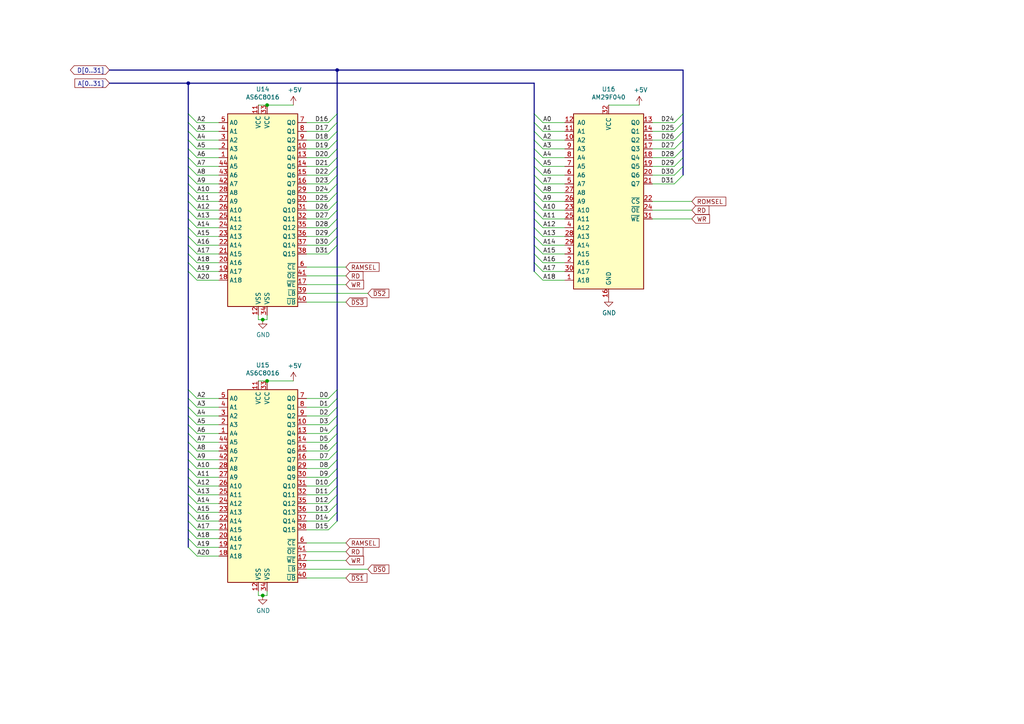
<source format=kicad_sch>
(kicad_sch (version 20211123) (generator eeschema)
  (paper "A4")
  (title_block (title "k30 SBC") (rev "1"))
  (lib_symbols
    (symbol "ComputieParts:AM29F040" (pin_names (offset 1.016))
      (property "Reference" "U" (at 0 0 0))
      (property "Value" "AM29F040" (at 0 2.54 0))
      (symbol "AM29F040_1_1"
        (rectangle (start -10.16 22.86) (end 10.16 -27.94) (stroke (width 0.254)) (fill (type background)))
        (pin input line (at -12.7 -25.4 0) (length 2.54) (name "A18") (number "1"))
        (pin input line (at -12.7 15.24 0) (length 2.54) (name "A2") (number "10"))
        (pin input line (at -12.7 17.78 0) (length 2.54) (name "A1") (number "11"))
        (pin input line (at -12.7 20.32 0) (length 2.54) (name "A0") (number "12"))
        (pin tri_state line (at 12.7 20.32 180) (length 2.54) (name "Q0") (number "13"))
        (pin tri_state line (at 12.7 17.78 180) (length 2.54) (name "Q1") (number "14"))
        (pin tri_state line (at 12.7 15.24 180) (length 2.54) (name "Q2") (number "15"))
        (pin power_in line (at 0 -30.48 90) (length 2.54) (name "GND") (number "16"))
        (pin tri_state line (at 12.7 12.7 180) (length 2.54) (name "Q3") (number "17"))
        (pin tri_state line (at 12.7 10.16 180) (length 2.54) (name "Q4") (number "18"))
        (pin tri_state line (at 12.7 7.62 180) (length 2.54) (name "Q5") (number "19"))
        (pin input line (at -12.7 -20.32 0) (length 2.54) (name "A16") (number "2"))
        (pin tri_state line (at 12.7 5.08 180) (length 2.54) (name "Q6") (number "20"))
        (pin tri_state line (at 12.7 2.54 180) (length 2.54) (name "Q7") (number "21"))
        (pin input line (at 12.7 -2.54 180) (length 2.54) (name "~{CS}") (number "22"))
        (pin input line (at -12.7 -5.08 0) (length 2.54) (name "A10") (number "23"))
        (pin input line (at 12.7 -5.08 180) (length 2.54) (name "~{OE}") (number "24"))
        (pin input line (at -12.7 -7.62 0) (length 2.54) (name "A11") (number "25"))
        (pin input line (at -12.7 -2.54 0) (length 2.54) (name "A9") (number "26"))
        (pin input line (at -12.7 0 0) (length 2.54) (name "A8") (number "27"))
        (pin input line (at -12.7 -12.7 0) (length 2.54) (name "A13") (number "28"))
        (pin input line (at -12.7 -15.24 0) (length 2.54) (name "A14") (number "29"))
        (pin input line (at -12.7 -17.78 0) (length 2.54) (name "A15") (number "3"))
        (pin input line (at -12.7 -22.86 0) (length 2.54) (name "A17") (number "30"))
        (pin input line (at 12.7 -7.62 180) (length 2.54) (name "~{WE}") (number "31"))
        (pin power_in line (at 0 25.4 270) (length 2.54) (name "VCC") (number "32"))
        (pin input line (at -12.7 -10.16 0) (length 2.54) (name "A12") (number "4"))
        (pin input line (at -12.7 2.54 0) (length 2.54) (name "A7") (number "5"))
        (pin input line (at -12.7 5.08 0) (length 2.54) (name "A6") (number "6"))
        (pin input line (at -12.7 7.62 0) (length 2.54) (name "A5") (number "7"))
        (pin input line (at -12.7 10.16 0) (length 2.54) (name "A4") (number "8"))
        (pin input line (at -12.7 12.7 0) (length 2.54) (name "A3") (number "9"))
      )
    )
    (symbol "ComputieParts:AS6C8016"
      (property "Reference" "U" (at 0 -1.27 0))
      (property "Value" "AS6C8016" (at 0 1.27 0))
      (symbol "AS6C8016_0_0"
        (pin power_in line (at -1.27 27.94 270) (length 2.54) (name "VCC") (number "11"))
        (pin power_in line (at -1.27 -33.02 90) (length 2.54) (name "VSS") (number "12"))
        (pin power_in line (at 1.27 27.94 270) (length 2.54) (name "VCC") (number "33"))
        (pin power_in line (at 1.27 -33.02 90) (length 2.54) (name "VSS") (number "34"))
      )
      (symbol "AS6C8016_0_1"
        (rectangle (start -10.16 25.4) (end 10.16 -30.48) (stroke (width 0.254)) (fill (type background)))
      )
      (symbol "AS6C8016_1_1"
        (pin input line (at -12.7 12.7 0) (length 2.54) (name "A4") (number "1"))
        (pin tri_state line (at 12.7 15.24 180) (length 2.54) (name "Q3") (number "10"))
        (pin tri_state line (at 12.7 12.7 180) (length 2.54) (name "Q4") (number "13"))
        (pin tri_state line (at 12.7 10.16 180) (length 2.54) (name "Q5") (number "14"))
        (pin tri_state line (at 12.7 7.62 180) (length 2.54) (name "Q6") (number "15"))
        (pin tri_state line (at 12.7 5.08 180) (length 2.54) (name "Q7") (number "16"))
        (pin input line (at 12.7 -24.13 180) (length 2.54) (name "~{WE}") (number "17"))
        (pin input line (at -12.7 -22.86 0) (length 2.54) (name "A18") (number "18"))
        (pin input line (at -12.7 -20.32 0) (length 2.54) (name "A17") (number "19"))
        (pin input line (at -12.7 15.24 0) (length 2.54) (name "A3") (number "2"))
        (pin input line (at -12.7 -17.78 0) (length 2.54) (name "A16") (number "20"))
        (pin input line (at -12.7 -15.24 0) (length 2.54) (name "A15") (number "21"))
        (pin input line (at -12.7 -12.7 0) (length 2.54) (name "A14") (number "22"))
        (pin input line (at -12.7 -10.16 0) (length 2.54) (name "A13") (number "23"))
        (pin input line (at -12.7 -7.62 0) (length 2.54) (name "A12") (number "24"))
        (pin input line (at -12.7 -5.08 0) (length 2.54) (name "A11") (number "25"))
        (pin input line (at -12.7 -2.54 0) (length 2.54) (name "A10") (number "26"))
        (pin input line (at -12.7 0 0) (length 2.54) (name "A9") (number "27"))
        (pin input line (at -12.7 2.54 0) (length 2.54) (name "A8") (number "28"))
        (pin tri_state line (at 12.7 2.54 180) (length 2.54) (name "Q8") (number "29"))
        (pin input line (at -12.7 17.78 0) (length 2.54) (name "A2") (number "3"))
        (pin tri_state line (at 12.7 0 180) (length 2.54) (name "Q9") (number "30"))
        (pin tri_state line (at 12.7 -2.54 180) (length 2.54) (name "Q10") (number "31"))
        (pin tri_state line (at 12.7 -5.08 180) (length 2.54) (name "Q11") (number "32"))
        (pin tri_state line (at 12.7 -7.62 180) (length 2.54) (name "Q12") (number "35"))
        (pin tri_state line (at 12.7 -10.16 180) (length 2.54) (name "Q13") (number "36"))
        (pin tri_state line (at 12.7 -12.7 180) (length 2.54) (name "Q14") (number "37"))
        (pin tri_state line (at 12.7 -15.24 180) (length 2.54) (name "Q15") (number "38"))
        (pin input line (at 12.7 -26.67 180) (length 2.54) (name "~{LB}") (number "39"))
        (pin input line (at -12.7 20.32 0) (length 2.54) (name "A1") (number "4"))
        (pin input line (at 12.7 -29.21 180) (length 2.54) (name "~{UB}") (number "40"))
        (pin input line (at 12.7 -21.59 180) (length 2.54) (name "~{OE}") (number "41"))
        (pin input line (at -12.7 5.08 0) (length 2.54) (name "A7") (number "42"))
        (pin input line (at -12.7 7.62 0) (length 2.54) (name "A6") (number "43"))
        (pin input line (at -12.7 10.16 0) (length 2.54) (name "A5") (number "44"))
        (pin input line (at -12.7 22.86 0) (length 2.54) (name "A0") (number "5"))
        (pin input line (at 12.7 -19.05 180) (length 2.54) (name "~{CE}") (number "6"))
        (pin tri_state line (at 12.7 22.86 180) (length 2.54) (name "Q0") (number "7"))
        (pin tri_state line (at 12.7 20.32 180) (length 2.54) (name "Q1") (number "8"))
        (pin tri_state line (at 12.7 17.78 180) (length 2.54) (name "Q2") (number "9"))
      )
    )
    (symbol "power:+5V" (power) (pin_names (offset 0))
      (property "Value" "+5V" (at 0 3.556 0))
      (symbol "+5V_0_1"
        (polyline (pts (xy -0.762 1.27) (xy 0 2.54)))
        (polyline (pts (xy 0 0) (xy 0 2.54)))
        (polyline (pts (xy 0 2.54) (xy 0.762 1.27)))
      )
      (symbol "+5V_1_1"
        (pin power_in line (at 0 0 90) (length 0) hide (name "+5V") (number "1"))
      )
    )
    (symbol "power:GND" (power) (pin_names (offset 0))
      (property "Value" "GND" (at 0 -3.81 0))
      (symbol "GND_0_1"
        (polyline (pts (xy 0 0) (xy 0 -1.27) (xy 1.27 -1.27) (xy 0 -2.54) (xy -1.27 -1.27) (xy 0 -1.27)))
      )
      (symbol "GND_1_1"
        (pin power_in line (at 0 0 270) (length 0) hide (name "GND") (number "1"))
      )
    )
  )
  (junction (at 77.47 110.49))
  (junction (at 54.61 24.13))
  (junction (at 97.79 20.32))
  (junction (at 76.2 92.71))
  (junction (at 76.2 172.72))
  (junction (at 77.47 30.48))
  (bus_entry (at 54.61 43.18) (size 2.54 2.54))
  (bus_entry (at 195.58 40.64) (size 2.54 -2.54))
  (bus_entry (at 154.94 60.96) (size 2.54 2.54))
  (bus_entry (at 95.25 48.26) (size 2.54 -2.54))
  (bus_entry (at 154.94 33.02) (size 2.54 2.54))
  (bus_entry (at 54.61 148.59) (size 2.54 2.54))
  (bus_entry (at 95.25 38.1) (size 2.54 -2.54))
  (bus_entry (at 95.25 71.12) (size 2.54 -2.54))
  (bus_entry (at 54.61 156.21) (size 2.54 2.54))
  (bus_entry (at 154.94 55.88) (size 2.54 2.54))
  (bus_entry (at 95.25 120.65) (size 2.54 -2.54))
  (bus_entry (at 54.61 55.88) (size 2.54 2.54))
  (bus_entry (at 95.25 115.57) (size 2.54 -2.54))
  (bus_entry (at 154.94 45.72) (size 2.54 2.54))
  (bus_entry (at 195.58 45.72) (size 2.54 -2.54))
  (bus_entry (at 95.25 66.04) (size 2.54 -2.54))
  (bus_entry (at 95.25 143.51) (size 2.54 -2.54))
  (bus_entry (at 54.61 158.75) (size 2.54 2.54))
  (bus_entry (at 54.61 120.65) (size 2.54 2.54))
  (bus_entry (at 154.94 38.1) (size 2.54 2.54))
  (bus_entry (at 54.61 128.27) (size 2.54 2.54))
  (bus_entry (at 54.61 45.72) (size 2.54 2.54))
  (bus_entry (at 54.61 140.97) (size 2.54 2.54))
  (bus_entry (at 54.61 40.64) (size 2.54 2.54))
  (bus_entry (at 95.25 63.5) (size 2.54 -2.54))
  (bus_entry (at 154.94 66.04) (size 2.54 2.54))
  (bus_entry (at 154.94 53.34) (size 2.54 2.54))
  (bus_entry (at 54.61 76.2) (size 2.54 2.54))
  (bus_entry (at 54.61 63.5) (size 2.54 2.54))
  (bus_entry (at 95.25 73.66) (size 2.54 -2.54))
  (bus_entry (at 54.61 53.34) (size 2.54 2.54))
  (bus_entry (at 95.25 123.19) (size 2.54 -2.54))
  (bus_entry (at 195.58 48.26) (size 2.54 -2.54))
  (bus_entry (at 95.25 58.42) (size 2.54 -2.54))
  (bus_entry (at 95.25 146.05) (size 2.54 -2.54))
  (bus_entry (at 54.61 153.67) (size 2.54 2.54))
  (bus_entry (at 154.94 76.2) (size 2.54 2.54))
  (bus_entry (at 95.25 125.73) (size 2.54 -2.54))
  (bus_entry (at 95.25 133.35) (size 2.54 -2.54))
  (bus_entry (at 54.61 118.11) (size 2.54 2.54))
  (bus_entry (at 154.94 71.12) (size 2.54 2.54))
  (bus_entry (at 54.61 151.13) (size 2.54 2.54))
  (bus_entry (at 54.61 73.66) (size 2.54 2.54))
  (bus_entry (at 54.61 60.96) (size 2.54 2.54))
  (bus_entry (at 95.25 45.72) (size 2.54 -2.54))
  (bus_entry (at 54.61 113.03) (size 2.54 2.54))
  (bus_entry (at 95.25 40.64) (size 2.54 -2.54))
  (bus_entry (at 154.94 68.58) (size 2.54 2.54))
  (bus_entry (at 54.61 38.1) (size 2.54 2.54))
  (bus_entry (at 95.25 130.81) (size 2.54 -2.54))
  (bus_entry (at 95.25 35.56) (size 2.54 -2.54))
  (bus_entry (at 154.94 58.42) (size 2.54 2.54))
  (bus_entry (at 54.61 35.56) (size 2.54 2.54))
  (bus_entry (at 54.61 78.74) (size 2.54 2.54))
  (bus_entry (at 54.61 33.02) (size 2.54 2.54))
  (bus_entry (at 54.61 123.19) (size 2.54 2.54))
  (bus_entry (at 154.94 73.66) (size 2.54 2.54))
  (bus_entry (at 95.25 140.97) (size 2.54 -2.54))
  (bus_entry (at 54.61 135.89) (size 2.54 2.54))
  (bus_entry (at 154.94 40.64) (size 2.54 2.54))
  (bus_entry (at 154.94 50.8) (size 2.54 2.54))
  (bus_entry (at 54.61 66.04) (size 2.54 2.54))
  (bus_entry (at 154.94 63.5) (size 2.54 2.54))
  (bus_entry (at 95.25 151.13) (size 2.54 -2.54))
  (bus_entry (at 54.61 146.05) (size 2.54 2.54))
  (bus_entry (at 54.61 133.35) (size 2.54 2.54))
  (bus_entry (at 54.61 58.42) (size 2.54 2.54))
  (bus_entry (at 54.61 143.51) (size 2.54 2.54))
  (bus_entry (at 54.61 115.57) (size 2.54 2.54))
  (bus_entry (at 195.58 35.56) (size 2.54 -2.54))
  (bus_entry (at 95.25 60.96) (size 2.54 -2.54))
  (bus_entry (at 54.61 130.81) (size 2.54 2.54))
  (bus_entry (at 95.25 53.34) (size 2.54 -2.54))
  (bus_entry (at 95.25 153.67) (size 2.54 -2.54))
  (bus_entry (at 95.25 43.18) (size 2.54 -2.54))
  (bus_entry (at 195.58 38.1) (size 2.54 -2.54))
  (bus_entry (at 195.58 53.34) (size 2.54 -2.54))
  (bus_entry (at 95.25 118.11) (size 2.54 -2.54))
  (bus_entry (at 95.25 68.58) (size 2.54 -2.54))
  (bus_entry (at 95.25 55.88) (size 2.54 -2.54))
  (bus_entry (at 154.94 78.74) (size 2.54 2.54))
  (bus_entry (at 54.61 125.73) (size 2.54 2.54))
  (bus_entry (at 95.25 128.27) (size 2.54 -2.54))
  (bus_entry (at 195.58 43.18) (size 2.54 -2.54))
  (bus_entry (at 154.94 48.26) (size 2.54 2.54))
  (bus_entry (at 54.61 68.58) (size 2.54 2.54))
  (bus_entry (at 154.94 43.18) (size 2.54 2.54))
  (bus_entry (at 95.25 50.8) (size 2.54 -2.54))
  (bus_entry (at 54.61 50.8) (size 2.54 2.54))
  (bus_entry (at 95.25 138.43) (size 2.54 -2.54))
  (bus_entry (at 195.58 50.8) (size 2.54 -2.54))
  (bus_entry (at 95.25 148.59) (size 2.54 -2.54))
  (bus_entry (at 95.25 135.89) (size 2.54 -2.54))
  (bus_entry (at 54.61 71.12) (size 2.54 2.54))
  (bus_entry (at 154.94 35.56) (size 2.54 2.54))
  (bus_entry (at 54.61 48.26) (size 2.54 2.54))
  (bus_entry (at 54.61 138.43) (size 2.54 2.54))
  (bus (pts (xy 54.61 115.57) (xy 54.61 118.11)))
  (wire (pts (xy 88.9 135.89) (xy 95.25 135.89)))
  (bus (pts (xy 97.79 20.32) (xy 97.79 33.02)))
  (wire (pts (xy 88.9 157.48) (xy 100.33 157.48)))
  (wire (pts (xy 57.15 158.75) (xy 63.5 158.75)))
  (wire (pts (xy 57.15 148.59) (xy 63.5 148.59)))
  (bus (pts (xy 97.79 66.04) (xy 97.79 68.58)))
  (bus (pts (xy 97.79 146.05) (xy 97.79 148.59)))
  (wire (pts (xy 88.9 160.02) (xy 100.33 160.02)))
  (wire (pts (xy 157.48 78.74) (xy 163.83 78.74)))
  (bus (pts (xy 154.94 58.42) (xy 154.94 60.96)))
  (bus (pts (xy 54.61 120.65) (xy 54.61 123.19)))
  (wire (pts (xy 57.15 135.89) (xy 63.5 135.89)))
  (wire (pts (xy 88.9 118.11) (xy 95.25 118.11)))
  (bus (pts (xy 54.61 58.42) (xy 54.61 60.96)))
  (bus (pts (xy 154.94 73.66) (xy 154.94 76.2)))
  (bus (pts (xy 198.12 33.02) (xy 198.12 35.56)))
  (wire (pts (xy 157.48 76.2) (xy 163.83 76.2)))
  (wire (pts (xy 57.15 38.1) (xy 63.5 38.1)))
  (bus (pts (xy 97.79 118.11) (xy 97.79 120.65)))
  (wire (pts (xy 88.9 68.58) (xy 95.25 68.58)))
  (wire (pts (xy 88.9 125.73) (xy 95.25 125.73)))
  (wire (pts (xy 57.15 161.29) (xy 63.5 161.29)))
  (bus (pts (xy 97.79 48.26) (xy 97.79 50.8)))
  (wire (pts (xy 88.9 73.66) (xy 95.25 73.66)))
  (wire (pts (xy 57.15 140.97) (xy 63.5 140.97)))
  (bus (pts (xy 154.94 35.56) (xy 154.94 38.1)))
  (wire (pts (xy 88.9 80.01) (xy 100.33 80.01)))
  (bus (pts (xy 54.61 140.97) (xy 54.61 143.51)))
  (wire (pts (xy 157.48 73.66) (xy 163.83 73.66)))
  (bus (pts (xy 154.94 24.13) (xy 154.94 33.02)))
  (wire (pts (xy 57.15 45.72) (xy 63.5 45.72)))
  (wire (pts (xy 157.48 81.28) (xy 163.83 81.28)))
  (bus (pts (xy 97.79 125.73) (xy 97.79 128.27)))
  (bus (pts (xy 54.61 33.02) (xy 54.61 35.56)))
  (bus (pts (xy 198.12 48.26) (xy 198.12 50.8)))
  (wire (pts (xy 88.9 162.56) (xy 100.33 162.56)))
  (bus (pts (xy 54.61 24.13) (xy 54.61 33.02)))
  (wire (pts (xy 88.9 146.05) (xy 95.25 146.05)))
  (wire (pts (xy 176.53 30.48) (xy 185.42 30.48)))
  (wire (pts (xy 157.48 60.96) (xy 163.83 60.96)))
  (wire (pts (xy 88.9 40.64) (xy 95.25 40.64)))
  (bus (pts (xy 54.61 60.96) (xy 54.61 63.5)))
  (bus (pts (xy 97.79 35.56) (xy 97.79 38.1)))
  (bus (pts (xy 54.61 148.59) (xy 54.61 151.13)))
  (bus (pts (xy 97.79 33.02) (xy 97.79 35.56)))
  (bus (pts (xy 97.79 40.64) (xy 97.79 43.18)))
  (wire (pts (xy 57.15 123.19) (xy 63.5 123.19)))
  (bus (pts (xy 54.61 113.03) (xy 54.61 115.57)))
  (bus (pts (xy 198.12 38.1) (xy 198.12 40.64)))
  (bus (pts (xy 54.61 43.18) (xy 54.61 45.72)))
  (wire (pts (xy 74.93 30.48) (xy 77.47 30.48)))
  (bus (pts (xy 97.79 113.03) (xy 97.79 115.57)))
  (bus (pts (xy 54.61 63.5) (xy 54.61 66.04)))
  (wire (pts (xy 74.93 92.71) (xy 76.2 92.71)))
  (bus (pts (xy 154.94 76.2) (xy 154.94 78.74)))
  (wire (pts (xy 88.9 165.1) (xy 106.68 165.1)))
  (bus (pts (xy 54.61 50.8) (xy 54.61 53.34)))
  (wire (pts (xy 157.48 66.04) (xy 163.83 66.04)))
  (wire (pts (xy 88.9 128.27) (xy 95.25 128.27)))
  (wire (pts (xy 189.23 60.96) (xy 200.66 60.96)))
  (bus (pts (xy 154.94 50.8) (xy 154.94 53.34)))
  (wire (pts (xy 157.48 53.34) (xy 163.83 53.34)))
  (bus (pts (xy 54.61 45.72) (xy 54.61 48.26)))
  (wire (pts (xy 57.15 156.21) (xy 63.5 156.21)))
  (bus (pts (xy 97.79 63.5) (xy 97.79 66.04)))
  (wire (pts (xy 76.2 92.71) (xy 77.47 92.71)))
  (bus (pts (xy 54.61 66.04) (xy 54.61 68.58)))
  (bus (pts (xy 154.94 66.04) (xy 154.94 68.58)))
  (wire (pts (xy 57.15 120.65) (xy 63.5 120.65)))
  (wire (pts (xy 88.9 151.13) (xy 95.25 151.13)))
  (wire (pts (xy 77.47 92.71) (xy 77.47 91.44)))
  (bus (pts (xy 154.94 38.1) (xy 154.94 40.64)))
  (wire (pts (xy 88.9 167.64) (xy 100.33 167.64)))
  (bus (pts (xy 54.61 24.13) (xy 31.75 24.13)))
  (bus (pts (xy 54.61 128.27) (xy 54.61 130.81)))
  (wire (pts (xy 189.23 48.26) (xy 195.58 48.26)))
  (bus (pts (xy 54.61 38.1) (xy 54.61 40.64)))
  (wire (pts (xy 88.9 85.09) (xy 106.68 85.09)))
  (bus (pts (xy 97.79 55.88) (xy 97.79 58.42)))
  (wire (pts (xy 88.9 66.04) (xy 95.25 66.04)))
  (bus (pts (xy 97.79 71.12) (xy 97.79 113.03)))
  (bus (pts (xy 54.61 151.13) (xy 54.61 153.67)))
  (wire (pts (xy 88.9 71.12) (xy 95.25 71.12)))
  (bus (pts (xy 54.61 133.35) (xy 54.61 135.89)))
  (wire (pts (xy 88.9 82.55) (xy 100.33 82.55)))
  (bus (pts (xy 54.61 125.73) (xy 54.61 128.27)))
  (wire (pts (xy 57.15 81.28) (xy 63.5 81.28)))
  (wire (pts (xy 189.23 50.8) (xy 195.58 50.8)))
  (wire (pts (xy 157.48 35.56) (xy 163.83 35.56)))
  (wire (pts (xy 88.9 43.18) (xy 95.25 43.18)))
  (wire (pts (xy 57.15 66.04) (xy 63.5 66.04)))
  (wire (pts (xy 88.9 53.34) (xy 95.25 53.34)))
  (bus (pts (xy 97.79 140.97) (xy 97.79 143.51)))
  (bus (pts (xy 97.79 38.1) (xy 97.79 40.64)))
  (wire (pts (xy 57.15 151.13) (xy 63.5 151.13)))
  (bus (pts (xy 154.94 33.02) (xy 154.94 35.56)))
  (wire (pts (xy 57.15 78.74) (xy 63.5 78.74)))
  (bus (pts (xy 154.94 53.34) (xy 154.94 55.88)))
  (bus (pts (xy 54.61 35.56) (xy 54.61 38.1)))
  (wire (pts (xy 88.9 115.57) (xy 95.25 115.57)))
  (wire (pts (xy 74.93 171.45) (xy 74.93 172.72)))
  (wire (pts (xy 57.15 143.51) (xy 63.5 143.51)))
  (bus (pts (xy 97.79 143.51) (xy 97.79 146.05)))
  (wire (pts (xy 57.15 55.88) (xy 63.5 55.88)))
  (wire (pts (xy 88.9 63.5) (xy 95.25 63.5)))
  (bus (pts (xy 97.79 148.59) (xy 97.79 151.13)))
  (wire (pts (xy 88.9 48.26) (xy 95.25 48.26)))
  (wire (pts (xy 157.48 43.18) (xy 163.83 43.18)))
  (bus (pts (xy 97.79 50.8) (xy 97.79 53.34)))
  (bus (pts (xy 97.79 53.34) (xy 97.79 55.88)))
  (bus (pts (xy 54.61 40.64) (xy 54.61 43.18)))
  (wire (pts (xy 77.47 110.49) (xy 85.09 110.49)))
  (bus (pts (xy 198.12 40.64) (xy 198.12 43.18)))
  (wire (pts (xy 157.48 50.8) (xy 163.83 50.8)))
  (wire (pts (xy 88.9 138.43) (xy 95.25 138.43)))
  (wire (pts (xy 74.93 110.49) (xy 77.47 110.49)))
  (wire (pts (xy 57.15 60.96) (xy 63.5 60.96)))
  (wire (pts (xy 77.47 30.48) (xy 85.09 30.48)))
  (bus (pts (xy 54.61 153.67) (xy 54.61 156.21)))
  (bus (pts (xy 154.94 24.13) (xy 54.61 24.13)))
  (wire (pts (xy 88.9 58.42) (xy 95.25 58.42)))
  (bus (pts (xy 97.79 120.65) (xy 97.79 123.19)))
  (bus (pts (xy 54.61 123.19) (xy 54.61 125.73)))
  (bus (pts (xy 54.61 138.43) (xy 54.61 140.97)))
  (bus (pts (xy 97.79 133.35) (xy 97.79 135.89)))
  (wire (pts (xy 88.9 50.8) (xy 95.25 50.8)))
  (bus (pts (xy 154.94 40.64) (xy 154.94 43.18)))
  (bus (pts (xy 54.61 118.11) (xy 54.61 120.65)))
  (wire (pts (xy 157.48 55.88) (xy 163.83 55.88)))
  (bus (pts (xy 154.94 55.88) (xy 154.94 58.42)))
  (wire (pts (xy 88.9 60.96) (xy 95.25 60.96)))
  (wire (pts (xy 57.15 63.5) (xy 63.5 63.5)))
  (wire (pts (xy 57.15 138.43) (xy 63.5 138.43)))
  (bus (pts (xy 97.79 123.19) (xy 97.79 125.73)))
  (wire (pts (xy 57.15 43.18) (xy 63.5 43.18)))
  (wire (pts (xy 157.48 48.26) (xy 163.83 48.26)))
  (bus (pts (xy 54.61 71.12) (xy 54.61 73.66)))
  (wire (pts (xy 88.9 143.51) (xy 95.25 143.51)))
  (wire (pts (xy 189.23 35.56) (xy 195.58 35.56)))
  (wire (pts (xy 57.15 71.12) (xy 63.5 71.12)))
  (wire (pts (xy 57.15 35.56) (xy 63.5 35.56)))
  (bus (pts (xy 97.79 58.42) (xy 97.79 60.96)))
  (bus (pts (xy 54.61 130.81) (xy 54.61 133.35)))
  (wire (pts (xy 157.48 38.1) (xy 163.83 38.1)))
  (wire (pts (xy 88.9 38.1) (xy 95.25 38.1)))
  (wire (pts (xy 57.15 125.73) (xy 63.5 125.73)))
  (bus (pts (xy 198.12 45.72) (xy 198.12 48.26)))
  (bus (pts (xy 198.12 43.18) (xy 198.12 45.72)))
  (bus (pts (xy 54.61 146.05) (xy 54.61 148.59)))
  (bus (pts (xy 54.61 76.2) (xy 54.61 78.74)))
  (wire (pts (xy 57.15 76.2) (xy 63.5 76.2)))
  (wire (pts (xy 76.2 172.72) (xy 77.47 172.72)))
  (wire (pts (xy 57.15 128.27) (xy 63.5 128.27)))
  (wire (pts (xy 57.15 58.42) (xy 63.5 58.42)))
  (bus (pts (xy 54.61 143.51) (xy 54.61 146.05)))
  (wire (pts (xy 57.15 146.05) (xy 63.5 146.05)))
  (bus (pts (xy 54.61 53.34) (xy 54.61 55.88)))
  (bus (pts (xy 154.94 43.18) (xy 154.94 45.72)))
  (wire (pts (xy 189.23 45.72) (xy 195.58 45.72)))
  (bus (pts (xy 97.79 128.27) (xy 97.79 130.81)))
  (bus (pts (xy 97.79 43.18) (xy 97.79 45.72)))
  (bus (pts (xy 97.79 115.57) (xy 97.79 118.11)))
  (wire (pts (xy 77.47 172.72) (xy 77.47 171.45)))
  (wire (pts (xy 189.23 43.18) (xy 195.58 43.18)))
  (wire (pts (xy 57.15 133.35) (xy 63.5 133.35)))
  (wire (pts (xy 57.15 115.57) (xy 63.5 115.57)))
  (wire (pts (xy 88.9 153.67) (xy 95.25 153.67)))
  (wire (pts (xy 189.23 53.34) (xy 195.58 53.34)))
  (wire (pts (xy 88.9 123.19) (xy 95.25 123.19)))
  (bus (pts (xy 154.94 71.12) (xy 154.94 73.66)))
  (bus (pts (xy 198.12 35.56) (xy 198.12 38.1)))
  (bus (pts (xy 97.79 138.43) (xy 97.79 140.97)))
  (bus (pts (xy 54.61 156.21) (xy 54.61 158.75)))
  (wire (pts (xy 157.48 45.72) (xy 163.83 45.72)))
  (bus (pts (xy 97.79 60.96) (xy 97.79 63.5)))
  (wire (pts (xy 74.93 172.72) (xy 76.2 172.72)))
  (wire (pts (xy 57.15 68.58) (xy 63.5 68.58)))
  (wire (pts (xy 88.9 45.72) (xy 95.25 45.72)))
  (wire (pts (xy 189.23 38.1) (xy 195.58 38.1)))
  (wire (pts (xy 88.9 130.81) (xy 95.25 130.81)))
  (bus (pts (xy 54.61 68.58) (xy 54.61 71.12)))
  (wire (pts (xy 88.9 55.88) (xy 95.25 55.88)))
  (wire (pts (xy 157.48 58.42) (xy 163.83 58.42)))
  (wire (pts (xy 157.48 68.58) (xy 163.83 68.58)))
  (wire (pts (xy 57.15 130.81) (xy 63.5 130.81)))
  (wire (pts (xy 74.93 91.44) (xy 74.93 92.71)))
  (bus (pts (xy 97.79 135.89) (xy 97.79 138.43)))
  (bus (pts (xy 154.94 63.5) (xy 154.94 66.04)))
  (wire (pts (xy 88.9 140.97) (xy 95.25 140.97)))
  (bus (pts (xy 97.79 68.58) (xy 97.79 71.12)))
  (wire (pts (xy 57.15 40.64) (xy 63.5 40.64)))
  (wire (pts (xy 57.15 118.11) (xy 63.5 118.11)))
  (wire (pts (xy 57.15 73.66) (xy 63.5 73.66)))
  (wire (pts (xy 157.48 71.12) (xy 163.83 71.12)))
  (bus (pts (xy 154.94 45.72) (xy 154.94 48.26)))
  (bus (pts (xy 54.61 55.88) (xy 54.61 58.42)))
  (bus (pts (xy 97.79 130.81) (xy 97.79 133.35)))
  (wire (pts (xy 189.23 40.64) (xy 195.58 40.64)))
  (wire (pts (xy 88.9 35.56) (xy 95.25 35.56)))
  (wire (pts (xy 157.48 63.5) (xy 163.83 63.5)))
  (bus (pts (xy 97.79 20.32) (xy 31.75 20.32)))
  (wire (pts (xy 57.15 153.67) (xy 63.5 153.67)))
  (wire (pts (xy 157.48 40.64) (xy 163.83 40.64)))
  (wire (pts (xy 88.9 87.63) (xy 100.33 87.63)))
  (bus (pts (xy 97.79 45.72) (xy 97.79 48.26)))
  (wire (pts (xy 88.9 77.47) (xy 100.33 77.47)))
  (wire (pts (xy 88.9 120.65) (xy 95.25 120.65)))
  (wire (pts (xy 88.9 148.59) (xy 95.25 148.59)))
  (bus (pts (xy 154.94 60.96) (xy 154.94 63.5)))
  (bus (pts (xy 154.94 68.58) (xy 154.94 71.12)))
  (bus (pts (xy 54.61 78.74) (xy 54.61 113.03)))
  (wire (pts (xy 57.15 48.26) (xy 63.5 48.26)))
  (bus (pts (xy 198.12 20.32) (xy 97.79 20.32)))
  (wire (pts (xy 57.15 53.34) (xy 63.5 53.34)))
  (bus (pts (xy 54.61 48.26) (xy 54.61 50.8)))
  (bus (pts (xy 54.61 135.89) (xy 54.61 138.43)))
  (bus (pts (xy 198.12 20.32) (xy 198.12 33.02)))
  (bus (pts (xy 154.94 48.26) (xy 154.94 50.8)))
  (bus (pts (xy 54.61 73.66) (xy 54.61 76.2)))
  (wire (pts (xy 57.15 50.8) (xy 63.5 50.8)))
  (wire (pts (xy 88.9 133.35) (xy 95.25 133.35)))
  (wire (pts (xy 189.23 63.5) (xy 200.66 63.5)))
  (wire (pts (xy 189.23 58.42) (xy 200.66 58.42)))
  (label "D10" (at 95.25 140.97 180))
  (label "A5" (at 157.48 48.26 0))
  (label "A5" (at 57.15 123.19 0))
  (label "A8" (at 57.15 50.8 0))
  (label "A18" (at 57.15 76.2 0))
  (label "A10" (at 57.15 55.88 0))
  (label "A17" (at 157.48 78.74 0))
  (label "D24" (at 95.25 55.88 180))
  (label "D5" (at 95.25 128.27 180))
  (label "A20" (at 57.15 161.29 0))
  (label "D4" (at 95.25 125.73 180))
  (label "A7" (at 157.48 53.34 0))
  (label "A3" (at 57.15 38.1 0))
  (label "D6" (at 95.25 130.81 180))
  (label "D13" (at 95.25 148.59 180))
  (label "D25" (at 195.58 38.1 180))
  (label "A14" (at 57.15 66.04 0))
  (label "A3" (at 57.15 118.11 0))
  (label "D7" (at 95.25 133.35 180))
  (label "D9" (at 95.25 138.43 180))
  (label "D22" (at 95.25 50.8 180))
  (label "A11" (at 57.15 58.42 0))
  (label "D24" (at 195.58 35.56 180))
  (label "A1" (at 157.48 38.1 0))
  (label "D15" (at 95.25 153.67 180))
  (label "A15" (at 57.15 148.59 0))
  (label "A2" (at 57.15 35.56 0))
  (label "D17" (at 95.25 38.1 180))
  (label "A16" (at 157.48 76.2 0))
  (label "A15" (at 157.48 73.66 0))
  (label "D31" (at 95.25 73.66 180))
  (label "A15" (at 57.15 68.58 0))
  (label "D3" (at 95.25 123.19 180))
  (label "A2" (at 157.48 40.64 0))
  (label "A11" (at 157.48 63.5 0))
  (label "A11" (at 57.15 138.43 0))
  (label "A14" (at 57.15 146.05 0))
  (label "A12" (at 57.15 140.97 0))
  (label "A17" (at 57.15 73.66 0))
  (label "D29" (at 95.25 68.58 180))
  (label "A0" (at 157.48 35.56 0))
  (label "D27" (at 195.58 43.18 180))
  (label "A10" (at 57.15 135.89 0))
  (label "D28" (at 195.58 45.72 180))
  (label "A14" (at 157.48 71.12 0))
  (label "D0" (at 95.25 115.57 180))
  (label "D21" (at 95.25 48.26 180))
  (label "A7" (at 57.15 48.26 0))
  (label "D8" (at 95.25 135.89 180))
  (label "A13" (at 157.48 68.58 0))
  (label "A12" (at 157.48 66.04 0))
  (label "D28" (at 95.25 66.04 180))
  (label "A4" (at 57.15 40.64 0))
  (label "A8" (at 57.15 130.81 0))
  (label "D31" (at 195.58 53.34 180))
  (label "D18" (at 95.25 40.64 180))
  (label "A7" (at 57.15 128.27 0))
  (label "D14" (at 95.25 151.13 180))
  (label "D11" (at 95.25 143.51 180))
  (label "A18" (at 157.48 81.28 0))
  (label "A10" (at 157.48 60.96 0))
  (label "D2" (at 95.25 120.65 180))
  (label "A4" (at 157.48 45.72 0))
  (label "A9" (at 57.15 53.34 0))
  (label "D23" (at 95.25 53.34 180))
  (label "D26" (at 195.58 40.64 180))
  (label "A20" (at 57.15 81.28 0))
  (label "D1" (at 95.25 118.11 180))
  (label "A13" (at 57.15 63.5 0))
  (label "A16" (at 57.15 151.13 0))
  (label "A19" (at 57.15 78.74 0))
  (label "D16" (at 95.25 35.56 180))
  (label "D20" (at 95.25 45.72 180))
  (label "A19" (at 57.15 158.75 0))
  (label "D19" (at 95.25 43.18 180))
  (label "A3" (at 157.48 43.18 0))
  (label "A9" (at 157.48 58.42 0))
  (label "D30" (at 95.25 71.12 180))
  (label "A16" (at 57.15 71.12 0))
  (label "A6" (at 57.15 125.73 0))
  (label "A6" (at 157.48 50.8 0))
  (label "A5" (at 57.15 43.18 0))
  (label "D30" (at 195.58 50.8 180))
  (label "A4" (at 57.15 120.65 0))
  (label "A17" (at 57.15 153.67 0))
  (label "A12" (at 57.15 60.96 0))
  (label "A6" (at 57.15 45.72 0))
  (label "A8" (at 157.48 55.88 0))
  (label "A2" (at 57.15 115.57 0))
  (label "D12" (at 95.25 146.05 180))
  (label "A18" (at 57.15 156.21 0))
  (label "D26" (at 95.25 60.96 180))
  (label "A13" (at 57.15 143.51 0))
  (label "D25" (at 95.25 58.42 180))
  (label "D29" (at 195.58 48.26 180))
  (label "D27" (at 95.25 63.5 180))
  (label "A9" (at 57.15 133.35 0))
  (global_label "WR" (shape input) (at 100.33 82.55 0) (property "Intersheet References" "${INTERSHEET_REFS}" (effects hide)))
  (global_label "WR" (shape input) (at 100.33 162.56 0) (property "Intersheet References" "${INTERSHEET_REFS}" (effects hide)))
  (global_label "RD" (shape input) (at 200.66 60.96 0) (property "Intersheet References" "${INTERSHEET_REFS}" (effects hide)))
  (global_label "~{DS2}" (shape input) (at 106.68 85.09 0) (property "Intersheet References" "${INTERSHEET_REFS}" (effects hide)))
  (global_label "ROMSEL" (shape input) (at 200.66 58.42 0) (property "Intersheet References" "${INTERSHEET_REFS}" (effects hide)))
  (global_label "~{DS0}" (shape input) (at 106.68 165.1 0) (property "Intersheet References" "${INTERSHEET_REFS}" (effects hide)))
  (global_label "RAMSEL" (shape input) (at 100.33 157.48 0) (property "Intersheet References" "${INTERSHEET_REFS}" (effects hide)))
  (global_label "RD" (shape input) (at 100.33 160.02 0) (property "Intersheet References" "${INTERSHEET_REFS}" (effects hide)))
  (global_label "~{DS3}" (shape input) (at 100.33 87.63 0) (property "Intersheet References" "${INTERSHEET_REFS}" (effects hide)))
  (global_label "RAMSEL" (shape input) (at 100.33 77.47 0) (property "Intersheet References" "${INTERSHEET_REFS}" (effects hide)))
  (global_label "~{DS1}" (shape input) (at 100.33 167.64 0) (property "Intersheet References" "${INTERSHEET_REFS}" (effects hide)))
  (global_label "A[0..31]" (shape input) (at 31.75 24.13 180) (property "Intersheet References" "${INTERSHEET_REFS}" (effects hide)))
  (global_label "D[0..31]" (shape bidirectional) (at 31.75 20.32 180) (property "Intersheet References" "${INTERSHEET_REFS}" (effects hide)))
  (global_label "RD" (shape input) (at 100.33 80.01 0) (property "Intersheet References" "${INTERSHEET_REFS}" (effects hide)))
  (global_label "WR" (shape input) (at 200.66 63.5 0) (property "Intersheet References" "${INTERSHEET_REFS}" (effects hide)))
  (symbol (lib_id "ComputieParts:AS6C8016") (at 76.2 58.42 0) (unit 1)
    (property "Reference" "U14" (at 76.2 25.8826 0))
    (property "Value" "AS6C8016" (at 76.2 28.194 0))
    (property "Footprint" "Package_SO:TSOP-II-44_10.16x18.41mm_P0.8mm" (effects hide))
    (property "Datasheet" "http://www.futurlec.com/Datasheet/Memory/628528.pdf" (effects hide))
  )
  (symbol (lib_id "ComputieParts:AS6C8016") (at 76.2 138.43 0) (unit 1)
    (property "Reference" "U15" (at 76.2 105.8926 0))
    (property "Value" "AS6C8016" (at 76.2 108.204 0))
    (property "Footprint" "Package_SO:TSOP-II-44_10.16x18.41mm_P0.8mm" (effects hide))
    (property "Datasheet" "http://www.futurlec.com/Datasheet/Memory/628528.pdf" (effects hide))
  )
  (symbol (lib_id "power:+5V") (at 85.09 30.48 0) (unit 1)
    (property "Reference" "#PWR034" (effects hide))
    (property "Value" "+5V" (at 85.471 26.0858 0))
  )
  (symbol (lib_id "power:GND") (at 76.2 92.71 0) (unit 1)
    (property "Reference" "#PWR032" (effects hide))
    (property "Value" "GND" (at 76.327 97.1042 0))
  )
  (symbol (lib_id "power:GND") (at 76.2 172.72 0) (unit 1)
    (property "Reference" "#PWR033" (effects hide))
    (property "Value" "GND" (at 76.327 177.1142 0))
  )
  (symbol (lib_id "power:+5V") (at 85.09 110.49 0) (unit 1)
    (property "Reference" "#PWR035" (effects hide))
    (property "Value" "+5V" (at 85.471 106.0958 0))
  )
  (symbol (lib_id "ComputieParts:AM29F040") (at 176.53 55.88 0) (unit 1)
    (property "Reference" "U16" (at 176.53 25.8826 0))
    (property "Value" "AM29F040" (at 176.53 28.194 0))
    (property "Footprint" "Package_LCC:PLCC-32_THT-Socket" (effects hide))
  )
  (symbol (lib_id "power:+5V") (at 185.42 30.48 0) (unit 1)
    (property "Reference" "#PWR037" (effects hide))
    (property "Value" "+5V" (at 185.801 26.0858 0))
  )
  (symbol (lib_id "power:GND") (at 176.53 86.36 0) (unit 1)
    (property "Reference" "#PWR036" (effects hide))
    (property "Value" "GND" (at 176.657 90.7542 0))
  )
)
</source>
